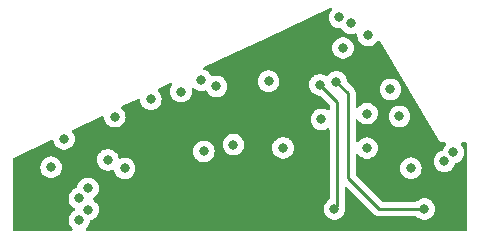
<source format=gbr>
%TF.GenerationSoftware,KiCad,Pcbnew,6.0.11-2627ca5db0~126~ubuntu20.04.1*%
%TF.CreationDate,2023-08-10T10:55:20+02:00*%
%TF.ProjectId,ScartPCB,53636172-7450-4434-922e-6b696361645f,2.0*%
%TF.SameCoordinates,PX76bb820PY7641700*%
%TF.FileFunction,Copper,L2,Inr*%
%TF.FilePolarity,Positive*%
%FSLAX46Y46*%
G04 Gerber Fmt 4.6, Leading zero omitted, Abs format (unit mm)*
G04 Created by KiCad (PCBNEW 6.0.11-2627ca5db0~126~ubuntu20.04.1) date 2023-08-10 10:55:20*
%MOMM*%
%LPD*%
G01*
G04 APERTURE LIST*
%TA.AperFunction,ViaPad*%
%ADD10C,0.800000*%
%TD*%
%TA.AperFunction,Conductor*%
%ADD11C,0.250000*%
%TD*%
G04 APERTURE END LIST*
D10*
%TO.N,GND*%
X9129400Y10182600D03*
X30490800Y10436600D03*
X6868800Y2308600D03*
X32472000Y12494000D03*
X14742800Y12290800D03*
X30592400Y17066000D03*
X4841014Y8298785D03*
X28154000Y18590000D03*
X16673200Y7240500D03*
X30490800Y7515600D03*
X17740000Y12748000D03*
X6868800Y4112000D03*
X9967600Y5788400D03*
X33234000Y10208000D03*
X29170000Y18082000D03*
X22148398Y13179800D03*
X23378800Y7541000D03*
X16470000Y13256000D03*
X6132200Y1419600D03*
X6132200Y3248400D03*
X26630000Y9954000D03*
X19179206Y7807194D03*
X37806000Y7160000D03*
X34199200Y5813800D03*
X12177400Y11655800D03*
X28458800Y15999200D03*
X37044000Y6398000D03*
%TO.N,+5V*%
X29957400Y15059400D03*
X11237600Y7998200D03*
X30440000Y14094200D03*
X35520000Y7414000D03*
X31379800Y14551400D03*
X24366073Y11911398D03*
X30973400Y15491200D03*
X10678800Y9928600D03*
X35520000Y8684000D03*
%TO.N,AL*%
X27722200Y2359400D03*
X26503000Y12875000D03*
%TO.N,AR*%
X35342200Y2359400D03*
X27900000Y13129000D03*
%TO.N,Net-(CC1-Pad1)*%
X3740767Y5902100D03*
%TO.N,Net-(CC1-Pad2)*%
X8545200Y6523698D03*
%TD*%
D11*
%TO.N,AL*%
X27950800Y2588000D02*
X27950800Y11427200D01*
X27722200Y2359400D02*
X27950800Y2588000D01*
X27950800Y11427200D02*
X26503000Y12875000D01*
%TO.N,AR*%
X28890600Y5001000D02*
X28890600Y12138400D01*
X35342200Y2359400D02*
X31532200Y2359400D01*
X28890600Y12138400D02*
X27900000Y13129000D01*
X31532200Y2359400D02*
X28890600Y5001000D01*
%TD*%
%TA.AperFunction,Conductor*%
%TO.N,+5V*%
G36*
X27484924Y19399303D02*
G01*
X27524182Y19340148D01*
X27525226Y19269159D01*
X27497459Y19218568D01*
X27414960Y19126944D01*
X27319473Y18961556D01*
X27260458Y18779928D01*
X27259768Y18773367D01*
X27259768Y18773365D01*
X27257938Y18755955D01*
X27240496Y18590000D01*
X27260458Y18400072D01*
X27319473Y18218444D01*
X27414960Y18053056D01*
X27419378Y18048149D01*
X27419379Y18048148D01*
X27436485Y18029150D01*
X27542747Y17911134D01*
X27697248Y17798882D01*
X27703276Y17796198D01*
X27703278Y17796197D01*
X27744736Y17777739D01*
X27871712Y17721206D01*
X27965112Y17701353D01*
X28052056Y17682872D01*
X28052061Y17682872D01*
X28058513Y17681500D01*
X28249487Y17681500D01*
X28255944Y17682872D01*
X28262515Y17683563D01*
X28262780Y17681040D01*
X28322195Y17676512D01*
X28378831Y17633701D01*
X28386728Y17621668D01*
X28430960Y17545056D01*
X28558747Y17403134D01*
X28713248Y17290882D01*
X28719276Y17288198D01*
X28719278Y17288197D01*
X28879552Y17216839D01*
X28887712Y17213206D01*
X28981113Y17193353D01*
X29068056Y17174872D01*
X29068061Y17174872D01*
X29074513Y17173500D01*
X29265487Y17173500D01*
X29271939Y17174872D01*
X29271944Y17174872D01*
X29358887Y17193353D01*
X29452288Y17213206D01*
X29458315Y17215889D01*
X29458323Y17215892D01*
X29506882Y17237512D01*
X29577249Y17246946D01*
X29641546Y17216839D01*
X29679359Y17156750D01*
X29683440Y17109235D01*
X29678896Y17066000D01*
X29698858Y16876072D01*
X29757873Y16694444D01*
X29853360Y16529056D01*
X29981147Y16387134D01*
X30135648Y16274882D01*
X30141676Y16272198D01*
X30141678Y16272197D01*
X30304081Y16199891D01*
X30310112Y16197206D01*
X30403513Y16177353D01*
X30490456Y16158872D01*
X30490461Y16158872D01*
X30496913Y16157500D01*
X30687887Y16157500D01*
X30694339Y16158872D01*
X30694344Y16158872D01*
X30781287Y16177353D01*
X30874688Y16197206D01*
X30880719Y16199891D01*
X31043122Y16272197D01*
X31043124Y16272198D01*
X31049152Y16274882D01*
X31203653Y16387134D01*
X31331440Y16529056D01*
X31350988Y16562914D01*
X31402370Y16611906D01*
X31472084Y16625341D01*
X31537995Y16598954D01*
X31568150Y16564738D01*
X36527354Y8299397D01*
X36529737Y8294825D01*
X36531051Y8290229D01*
X36535841Y8282637D01*
X36535842Y8282635D01*
X36567079Y8233128D01*
X36568531Y8230769D01*
X36582751Y8207069D01*
X36585471Y8203724D01*
X36588567Y8199072D01*
X36608776Y8167042D01*
X36615500Y8161104D01*
X36615507Y8161095D01*
X36624115Y8153493D01*
X36638462Y8138549D01*
X36651371Y8122673D01*
X36680009Y8102928D01*
X36691885Y8093643D01*
X36717951Y8070622D01*
X36736472Y8061926D01*
X36754442Y8051606D01*
X36771287Y8039992D01*
X36796627Y8031618D01*
X36804313Y8029078D01*
X36818318Y8023500D01*
X36849800Y8008719D01*
X36858668Y8007338D01*
X36858669Y8007338D01*
X36870011Y8005572D01*
X36890159Y8000709D01*
X36901061Y7997107D01*
X36901062Y7997107D01*
X36909589Y7994289D01*
X36931139Y7993542D01*
X36944338Y7993084D01*
X36950705Y7992481D01*
X36950716Y7992625D01*
X36955581Y7992248D01*
X36960386Y7991500D01*
X36987823Y7991500D01*
X36992191Y7991424D01*
X37051689Y7989360D01*
X37119076Y7967009D01*
X37163680Y7911773D01*
X37171342Y7841191D01*
X37140957Y7779126D01*
X37066960Y7696944D01*
X37063659Y7691226D01*
X36976926Y7541000D01*
X36971473Y7531556D01*
X36923413Y7383642D01*
X36917106Y7364232D01*
X36877032Y7305626D01*
X36823471Y7279922D01*
X36761712Y7266794D01*
X36755682Y7264109D01*
X36755681Y7264109D01*
X36593278Y7191803D01*
X36593276Y7191802D01*
X36587248Y7189118D01*
X36581907Y7185238D01*
X36581906Y7185237D01*
X36552292Y7163721D01*
X36432747Y7076866D01*
X36428326Y7071956D01*
X36428325Y7071955D01*
X36330937Y6963794D01*
X36304960Y6934944D01*
X36209473Y6769556D01*
X36150458Y6587928D01*
X36149768Y6581367D01*
X36149768Y6581365D01*
X36138184Y6471149D01*
X36130496Y6398000D01*
X36131186Y6391435D01*
X36141865Y6289834D01*
X36150458Y6208072D01*
X36209473Y6026444D01*
X36212776Y6020722D01*
X36212777Y6020721D01*
X36222588Y6003728D01*
X36304960Y5861056D01*
X36309378Y5856149D01*
X36309379Y5856148D01*
X36370380Y5788400D01*
X36432747Y5719134D01*
X36504996Y5666642D01*
X36573914Y5616570D01*
X36587248Y5606882D01*
X36593276Y5604198D01*
X36593278Y5604197D01*
X36744590Y5536829D01*
X36761712Y5529206D01*
X36855113Y5509353D01*
X36942056Y5490872D01*
X36942061Y5490872D01*
X36948513Y5489500D01*
X37139487Y5489500D01*
X37145939Y5490872D01*
X37145944Y5490872D01*
X37232887Y5509353D01*
X37326288Y5529206D01*
X37343410Y5536829D01*
X37494722Y5604197D01*
X37494724Y5604198D01*
X37500752Y5606882D01*
X37514087Y5616570D01*
X37583004Y5666642D01*
X37655253Y5719134D01*
X37717620Y5788400D01*
X37778621Y5856148D01*
X37778622Y5856149D01*
X37783040Y5861056D01*
X37865412Y6003728D01*
X37875223Y6020721D01*
X37875224Y6020722D01*
X37878527Y6026444D01*
X37932895Y6193769D01*
X37972968Y6252374D01*
X38026529Y6278078D01*
X38088288Y6291206D01*
X38164964Y6325344D01*
X38256722Y6366197D01*
X38256724Y6366198D01*
X38262752Y6368882D01*
X38270335Y6374391D01*
X38359321Y6439044D01*
X38417253Y6481134D01*
X38423215Y6487755D01*
X38540621Y6618148D01*
X38540622Y6618149D01*
X38545040Y6623056D01*
X38629622Y6769556D01*
X38637223Y6782721D01*
X38637224Y6782722D01*
X38640527Y6788444D01*
X38699542Y6970072D01*
X38711175Y7080749D01*
X38718814Y7153435D01*
X38719504Y7160000D01*
X38708280Y7266794D01*
X38700232Y7343365D01*
X38700232Y7343367D01*
X38699542Y7349928D01*
X38640527Y7531556D01*
X38635075Y7541000D01*
X38548341Y7691226D01*
X38545040Y7696944D01*
X38469185Y7781190D01*
X38438467Y7845197D01*
X38447232Y7915651D01*
X38492695Y7970182D01*
X38562821Y7991500D01*
X38865500Y7991500D01*
X38933621Y7971498D01*
X38980114Y7917842D01*
X38991500Y7865500D01*
X38991500Y634500D01*
X38971498Y566379D01*
X38917842Y519886D01*
X38865500Y508500D01*
X6811598Y508500D01*
X6743477Y528502D01*
X6696984Y582158D01*
X6686880Y652432D01*
X6716374Y717012D01*
X6737540Y736438D01*
X6738109Y736851D01*
X6738111Y736853D01*
X6743453Y740734D01*
X6871240Y882656D01*
X6966727Y1048044D01*
X7025742Y1229672D01*
X7035899Y1326312D01*
X7062912Y1391969D01*
X7121133Y1432599D01*
X7135013Y1436389D01*
X7144630Y1438433D01*
X7144633Y1438434D01*
X7151088Y1439806D01*
X7176006Y1450900D01*
X7319522Y1514797D01*
X7319524Y1514798D01*
X7325552Y1517482D01*
X7480053Y1629734D01*
X7522301Y1676655D01*
X7603421Y1766748D01*
X7603422Y1766749D01*
X7607840Y1771656D01*
X7703327Y1937044D01*
X7762342Y2118672D01*
X7767022Y2163194D01*
X7781614Y2302035D01*
X7782304Y2308600D01*
X7772369Y2403126D01*
X7763032Y2491965D01*
X7763032Y2491967D01*
X7762342Y2498528D01*
X7703327Y2680156D01*
X7607840Y2845544D01*
X7584811Y2871121D01*
X7484475Y2982555D01*
X7484474Y2982556D01*
X7480053Y2987466D01*
X7373289Y3065035D01*
X7330897Y3095835D01*
X7330894Y3095836D01*
X7325552Y3099718D01*
X7321173Y3101668D01*
X7272644Y3152564D01*
X7259209Y3222278D01*
X7285596Y3288189D01*
X7320972Y3318843D01*
X7325552Y3320882D01*
X7330894Y3324764D01*
X7330897Y3324765D01*
X7402802Y3377008D01*
X7480053Y3433134D01*
X7484730Y3438328D01*
X7603421Y3570148D01*
X7603422Y3570149D01*
X7607840Y3575056D01*
X7703327Y3740444D01*
X7762342Y3922072D01*
X7782304Y4112000D01*
X7770762Y4221820D01*
X7763032Y4295365D01*
X7763032Y4295367D01*
X7762342Y4301928D01*
X7703327Y4483556D01*
X7607840Y4648944D01*
X7480053Y4790866D01*
X7325552Y4903118D01*
X7319524Y4905802D01*
X7319522Y4905803D01*
X7157119Y4978109D01*
X7157118Y4978109D01*
X7151088Y4980794D01*
X7055260Y5001163D01*
X6970744Y5019128D01*
X6970739Y5019128D01*
X6964287Y5020500D01*
X6773313Y5020500D01*
X6766861Y5019128D01*
X6766856Y5019128D01*
X6682340Y5001163D01*
X6586512Y4980794D01*
X6580482Y4978109D01*
X6580481Y4978109D01*
X6418078Y4905803D01*
X6418076Y4905802D01*
X6412048Y4903118D01*
X6257547Y4790866D01*
X6129760Y4648944D01*
X6034273Y4483556D01*
X5975258Y4301928D01*
X5974568Y4295367D01*
X5974568Y4295365D01*
X5967832Y4231269D01*
X5940819Y4165612D01*
X5882598Y4124982D01*
X5868722Y4121193D01*
X5856373Y4118568D01*
X5856367Y4118566D01*
X5849912Y4117194D01*
X5843882Y4114509D01*
X5843881Y4114509D01*
X5681478Y4042203D01*
X5681476Y4042202D01*
X5675448Y4039518D01*
X5520947Y3927266D01*
X5516526Y3922356D01*
X5516525Y3922355D01*
X5510618Y3915794D01*
X5393160Y3785344D01*
X5297673Y3619956D01*
X5238658Y3438328D01*
X5237968Y3431767D01*
X5237968Y3431765D01*
X5220601Y3266528D01*
X5218696Y3248400D01*
X5219386Y3241835D01*
X5229392Y3146637D01*
X5238658Y3058472D01*
X5297673Y2876844D01*
X5393160Y2711456D01*
X5397578Y2706549D01*
X5397579Y2706548D01*
X5434042Y2666052D01*
X5520947Y2569534D01*
X5675448Y2457282D01*
X5681483Y2454595D01*
X5693810Y2449106D01*
X5747905Y2403126D01*
X5768554Y2335199D01*
X5749201Y2266891D01*
X5693810Y2218894D01*
X5681483Y2213405D01*
X5675448Y2210718D01*
X5520947Y2098466D01*
X5516526Y2093556D01*
X5516525Y2093555D01*
X5416190Y1982121D01*
X5393160Y1956544D01*
X5297673Y1791156D01*
X5238658Y1609528D01*
X5237968Y1602967D01*
X5237968Y1602965D01*
X5228984Y1517482D01*
X5218696Y1419600D01*
X5238658Y1229672D01*
X5297673Y1048044D01*
X5393160Y882656D01*
X5520947Y740734D01*
X5526289Y736853D01*
X5526291Y736851D01*
X5526860Y736438D01*
X5527110Y736114D01*
X5531198Y732433D01*
X5530525Y731686D01*
X5570216Y680217D01*
X5576293Y609481D01*
X5543163Y546688D01*
X5481344Y511775D01*
X5452802Y508500D01*
X634500Y508500D01*
X566379Y528502D01*
X519886Y582158D01*
X508500Y634500D01*
X508500Y5902100D01*
X2827263Y5902100D01*
X2827953Y5895535D01*
X2840965Y5771737D01*
X2847225Y5712172D01*
X2906240Y5530544D01*
X3001727Y5365156D01*
X3006145Y5360249D01*
X3006146Y5360248D01*
X3085652Y5271948D01*
X3129514Y5223234D01*
X3228610Y5151236D01*
X3256393Y5131051D01*
X3284015Y5110982D01*
X3290043Y5108298D01*
X3290045Y5108297D01*
X3452448Y5035991D01*
X3458479Y5033306D01*
X3551879Y5013453D01*
X3638823Y4994972D01*
X3638828Y4994972D01*
X3645280Y4993600D01*
X3836254Y4993600D01*
X3842706Y4994972D01*
X3842711Y4994972D01*
X3929655Y5013453D01*
X4023055Y5033306D01*
X4029086Y5035991D01*
X4191489Y5108297D01*
X4191491Y5108298D01*
X4197519Y5110982D01*
X4225142Y5131051D01*
X4252924Y5151236D01*
X4352020Y5223234D01*
X4395882Y5271948D01*
X4475388Y5360248D01*
X4475389Y5360249D01*
X4479807Y5365156D01*
X4575294Y5530544D01*
X4634309Y5712172D01*
X4640570Y5771737D01*
X4653581Y5895535D01*
X4654271Y5902100D01*
X4646259Y5978328D01*
X4634999Y6085465D01*
X4634999Y6085467D01*
X4634309Y6092028D01*
X4575294Y6273656D01*
X4565162Y6291206D01*
X4518074Y6372763D01*
X4479807Y6439044D01*
X4435948Y6487755D01*
X4403585Y6523698D01*
X7631696Y6523698D01*
X7632386Y6517133D01*
X7647968Y6368882D01*
X7651658Y6333770D01*
X7710673Y6152142D01*
X7806160Y5986754D01*
X7810578Y5981847D01*
X7810579Y5981846D01*
X7882383Y5902100D01*
X7933947Y5844832D01*
X8088448Y5732580D01*
X8094476Y5729896D01*
X8094478Y5729895D01*
X8256881Y5657589D01*
X8262912Y5654904D01*
X8356313Y5635051D01*
X8443256Y5616570D01*
X8443261Y5616570D01*
X8449713Y5615198D01*
X8640687Y5615198D01*
X8647139Y5616570D01*
X8647144Y5616570D01*
X8734087Y5635051D01*
X8827488Y5654904D01*
X8900283Y5687314D01*
X8970649Y5696748D01*
X9034946Y5666642D01*
X9072760Y5606553D01*
X9073540Y5603404D01*
X9074058Y5598472D01*
X9133073Y5416844D01*
X9228560Y5251456D01*
X9356347Y5109534D01*
X9455443Y5037536D01*
X9479584Y5019997D01*
X9510848Y4997282D01*
X9516876Y4994598D01*
X9516878Y4994597D01*
X9628262Y4945006D01*
X9685312Y4919606D01*
X9762882Y4903118D01*
X9865656Y4881272D01*
X9865661Y4881272D01*
X9872113Y4879900D01*
X10063087Y4879900D01*
X10069539Y4881272D01*
X10069544Y4881272D01*
X10172318Y4903118D01*
X10249888Y4919606D01*
X10306938Y4945006D01*
X10418322Y4994597D01*
X10418324Y4994598D01*
X10424352Y4997282D01*
X10455617Y5019997D01*
X10479757Y5037536D01*
X10578853Y5109534D01*
X10706640Y5251456D01*
X10802127Y5416844D01*
X10861142Y5598472D01*
X10861992Y5606553D01*
X10880414Y5781835D01*
X10881104Y5788400D01*
X10874657Y5849743D01*
X10861832Y5971765D01*
X10861832Y5971767D01*
X10861142Y5978328D01*
X10802127Y6159956D01*
X10706640Y6325344D01*
X10647132Y6391435D01*
X10583275Y6462355D01*
X10583274Y6462356D01*
X10578853Y6467266D01*
X10424352Y6579518D01*
X10418324Y6582202D01*
X10418322Y6582203D01*
X10255919Y6654509D01*
X10255918Y6654509D01*
X10249888Y6657194D01*
X10156487Y6677047D01*
X10069544Y6695528D01*
X10069539Y6695528D01*
X10063087Y6696900D01*
X9872113Y6696900D01*
X9865661Y6695528D01*
X9865656Y6695528D01*
X9778713Y6677047D01*
X9685312Y6657194D01*
X9679282Y6654509D01*
X9679281Y6654509D01*
X9661980Y6646806D01*
X9621480Y6628774D01*
X9612518Y6624784D01*
X9542151Y6615350D01*
X9477854Y6645456D01*
X9440040Y6705545D01*
X9439260Y6708694D01*
X9438742Y6713626D01*
X9436370Y6720928D01*
X9388276Y6868944D01*
X9379727Y6895254D01*
X9284240Y7060642D01*
X9218874Y7133239D01*
X9160875Y7197653D01*
X9160874Y7197654D01*
X9156453Y7202564D01*
X9104239Y7240500D01*
X15759696Y7240500D01*
X15760386Y7233935D01*
X15778600Y7060642D01*
X15779658Y7050572D01*
X15838673Y6868944D01*
X15841976Y6863222D01*
X15841977Y6863221D01*
X15854434Y6841645D01*
X15934160Y6703556D01*
X15938578Y6698649D01*
X15938579Y6698648D01*
X16044181Y6581365D01*
X16061947Y6561634D01*
X16216448Y6449382D01*
X16222476Y6446698D01*
X16222478Y6446697D01*
X16384881Y6374391D01*
X16390912Y6371706D01*
X16466440Y6355652D01*
X16571256Y6333372D01*
X16571261Y6333372D01*
X16577713Y6332000D01*
X16768687Y6332000D01*
X16775139Y6333372D01*
X16775144Y6333372D01*
X16879960Y6355652D01*
X16955488Y6371706D01*
X16961519Y6374391D01*
X17123922Y6446697D01*
X17123924Y6446698D01*
X17129952Y6449382D01*
X17284453Y6561634D01*
X17302219Y6581365D01*
X17407821Y6698648D01*
X17407822Y6698649D01*
X17412240Y6703556D01*
X17491966Y6841645D01*
X17504423Y6863221D01*
X17504424Y6863222D01*
X17507727Y6868944D01*
X17566742Y7050572D01*
X17567801Y7060642D01*
X17586014Y7233935D01*
X17586704Y7240500D01*
X17575893Y7343365D01*
X17567432Y7423865D01*
X17567432Y7423867D01*
X17566742Y7430428D01*
X17507727Y7612056D01*
X17412240Y7777444D01*
X17385453Y7807194D01*
X18265702Y7807194D01*
X18266392Y7800629D01*
X18277891Y7691226D01*
X18285664Y7617266D01*
X18344679Y7435638D01*
X18440166Y7270250D01*
X18444584Y7265343D01*
X18444585Y7265342D01*
X18548143Y7150329D01*
X18567953Y7128328D01*
X18654359Y7065550D01*
X18717048Y7020004D01*
X18722454Y7016076D01*
X18728482Y7013392D01*
X18728484Y7013391D01*
X18890887Y6941085D01*
X18896918Y6938400D01*
X18990318Y6918547D01*
X19077262Y6900066D01*
X19077267Y6900066D01*
X19083719Y6898694D01*
X19274693Y6898694D01*
X19281145Y6900066D01*
X19281150Y6900066D01*
X19368094Y6918547D01*
X19461494Y6938400D01*
X19467525Y6941085D01*
X19629928Y7013391D01*
X19629930Y7013392D01*
X19635958Y7016076D01*
X19641365Y7020004D01*
X19704053Y7065550D01*
X19790459Y7128328D01*
X19810269Y7150329D01*
X19913827Y7265342D01*
X19913828Y7265343D01*
X19918246Y7270250D01*
X20013733Y7435638D01*
X20047967Y7541000D01*
X22465296Y7541000D01*
X22465986Y7534435D01*
X22481137Y7390285D01*
X22485258Y7351072D01*
X22544273Y7169444D01*
X22547576Y7163722D01*
X22547577Y7163721D01*
X22562242Y7138321D01*
X22639760Y7004056D01*
X22767547Y6862134D01*
X22838477Y6810600D01*
X22903620Y6763271D01*
X22922048Y6749882D01*
X22928076Y6747198D01*
X22928078Y6747197D01*
X23082454Y6678465D01*
X23096512Y6672206D01*
X23189913Y6652353D01*
X23276856Y6633872D01*
X23276861Y6633872D01*
X23283313Y6632500D01*
X23474287Y6632500D01*
X23480739Y6633872D01*
X23480744Y6633872D01*
X23567687Y6652353D01*
X23661088Y6672206D01*
X23675146Y6678465D01*
X23829522Y6747197D01*
X23829524Y6747198D01*
X23835552Y6749882D01*
X23853981Y6763271D01*
X23919123Y6810600D01*
X23990053Y6862134D01*
X24117840Y7004056D01*
X24195358Y7138321D01*
X24210023Y7163721D01*
X24210024Y7163722D01*
X24213327Y7169444D01*
X24272342Y7351072D01*
X24276464Y7390285D01*
X24291614Y7534435D01*
X24292304Y7541000D01*
X24284836Y7612056D01*
X24273032Y7724365D01*
X24273032Y7724367D01*
X24272342Y7730928D01*
X24213327Y7912556D01*
X24207154Y7923249D01*
X24155605Y8012533D01*
X24117840Y8077944D01*
X24099204Y8098642D01*
X23994475Y8214955D01*
X23994474Y8214956D01*
X23990053Y8219866D01*
X23870512Y8306718D01*
X23840894Y8328237D01*
X23840893Y8328238D01*
X23835552Y8332118D01*
X23829524Y8334802D01*
X23829522Y8334803D01*
X23667119Y8407109D01*
X23667118Y8407109D01*
X23661088Y8409794D01*
X23567688Y8429647D01*
X23480744Y8448128D01*
X23480739Y8448128D01*
X23474287Y8449500D01*
X23283313Y8449500D01*
X23276861Y8448128D01*
X23276856Y8448128D01*
X23189912Y8429647D01*
X23096512Y8409794D01*
X23090482Y8407109D01*
X23090481Y8407109D01*
X22928078Y8334803D01*
X22928076Y8334802D01*
X22922048Y8332118D01*
X22916707Y8328238D01*
X22916706Y8328237D01*
X22887088Y8306718D01*
X22767547Y8219866D01*
X22763126Y8214956D01*
X22763125Y8214955D01*
X22658397Y8098642D01*
X22639760Y8077944D01*
X22601995Y8012533D01*
X22550447Y7923249D01*
X22544273Y7912556D01*
X22485258Y7730928D01*
X22484568Y7724367D01*
X22484568Y7724365D01*
X22472764Y7612056D01*
X22465296Y7541000D01*
X20047967Y7541000D01*
X20072748Y7617266D01*
X20080522Y7691226D01*
X20092020Y7800629D01*
X20092710Y7807194D01*
X20082297Y7906271D01*
X20073438Y7990559D01*
X20073438Y7990561D01*
X20072748Y7997122D01*
X20013733Y8178750D01*
X20002418Y8198349D01*
X19946055Y8295971D01*
X19918246Y8344138D01*
X19882000Y8384394D01*
X19794881Y8481149D01*
X19794880Y8481150D01*
X19790459Y8486060D01*
X19635958Y8598312D01*
X19629930Y8600996D01*
X19629928Y8600997D01*
X19467525Y8673303D01*
X19467524Y8673303D01*
X19461494Y8675988D01*
X19368093Y8695841D01*
X19281150Y8714322D01*
X19281145Y8714322D01*
X19274693Y8715694D01*
X19083719Y8715694D01*
X19077267Y8714322D01*
X19077262Y8714322D01*
X18990319Y8695841D01*
X18896918Y8675988D01*
X18890888Y8673303D01*
X18890887Y8673303D01*
X18728484Y8600997D01*
X18728482Y8600996D01*
X18722454Y8598312D01*
X18567953Y8486060D01*
X18563532Y8481150D01*
X18563531Y8481149D01*
X18476413Y8384394D01*
X18440166Y8344138D01*
X18412357Y8295971D01*
X18355995Y8198349D01*
X18344679Y8178750D01*
X18285664Y7997122D01*
X18284974Y7990561D01*
X18284974Y7990559D01*
X18276115Y7906271D01*
X18265702Y7807194D01*
X17385453Y7807194D01*
X17356936Y7838866D01*
X17288875Y7914455D01*
X17288874Y7914456D01*
X17284453Y7919366D01*
X17177452Y7997107D01*
X17135294Y8027737D01*
X17135293Y8027738D01*
X17129952Y8031618D01*
X17123924Y8034302D01*
X17123922Y8034303D01*
X16961519Y8106609D01*
X16961518Y8106609D01*
X16955488Y8109294D01*
X16859773Y8129639D01*
X16775144Y8147628D01*
X16775139Y8147628D01*
X16768687Y8149000D01*
X16577713Y8149000D01*
X16571261Y8147628D01*
X16571256Y8147628D01*
X16486627Y8129639D01*
X16390912Y8109294D01*
X16384882Y8106609D01*
X16384881Y8106609D01*
X16222478Y8034303D01*
X16222476Y8034302D01*
X16216448Y8031618D01*
X16211107Y8027738D01*
X16211106Y8027737D01*
X16168948Y7997107D01*
X16061947Y7919366D01*
X16057526Y7914456D01*
X16057525Y7914455D01*
X15989465Y7838866D01*
X15934160Y7777444D01*
X15838673Y7612056D01*
X15779658Y7430428D01*
X15778968Y7423867D01*
X15778968Y7423865D01*
X15770507Y7343365D01*
X15759696Y7240500D01*
X9104239Y7240500D01*
X9001952Y7314816D01*
X8995924Y7317500D01*
X8995922Y7317501D01*
X8833519Y7389807D01*
X8833518Y7389807D01*
X8827488Y7392492D01*
X8734088Y7412345D01*
X8647144Y7430826D01*
X8647139Y7430826D01*
X8640687Y7432198D01*
X8449713Y7432198D01*
X8443261Y7430826D01*
X8443256Y7430826D01*
X8356312Y7412345D01*
X8262912Y7392492D01*
X8256882Y7389807D01*
X8256881Y7389807D01*
X8094478Y7317501D01*
X8094476Y7317500D01*
X8088448Y7314816D01*
X7933947Y7202564D01*
X7929526Y7197654D01*
X7929525Y7197653D01*
X7871527Y7133239D01*
X7806160Y7060642D01*
X7710673Y6895254D01*
X7651658Y6713626D01*
X7650968Y6707065D01*
X7650968Y6707063D01*
X7639589Y6598792D01*
X7631696Y6523698D01*
X4403585Y6523698D01*
X4356442Y6576055D01*
X4356441Y6576056D01*
X4352020Y6580966D01*
X4228328Y6670834D01*
X4202861Y6689337D01*
X4202860Y6689338D01*
X4197519Y6693218D01*
X4191491Y6695902D01*
X4191489Y6695903D01*
X4029086Y6768209D01*
X4029085Y6768209D01*
X4023055Y6770894D01*
X3910921Y6794729D01*
X3842711Y6809228D01*
X3842706Y6809228D01*
X3836254Y6810600D01*
X3645280Y6810600D01*
X3638828Y6809228D01*
X3638823Y6809228D01*
X3570613Y6794729D01*
X3458479Y6770894D01*
X3452449Y6768209D01*
X3452448Y6768209D01*
X3290045Y6695903D01*
X3290043Y6695902D01*
X3284015Y6693218D01*
X3278674Y6689338D01*
X3278673Y6689337D01*
X3253206Y6670834D01*
X3129514Y6580966D01*
X3125093Y6576056D01*
X3125092Y6576055D01*
X3045587Y6487755D01*
X3001727Y6439044D01*
X2963460Y6372763D01*
X2916373Y6291206D01*
X2906240Y6273656D01*
X2847225Y6092028D01*
X2846535Y6085467D01*
X2846535Y6085465D01*
X2835275Y5978328D01*
X2827263Y5902100D01*
X508500Y5902100D01*
X508500Y6598792D01*
X528502Y6666913D01*
X580478Y6712624D01*
X3766549Y8224658D01*
X3836667Y8235794D01*
X3901674Y8207253D01*
X3940932Y8148098D01*
X3945881Y8123995D01*
X3947472Y8108857D01*
X4006487Y7927229D01*
X4009790Y7921507D01*
X4009791Y7921506D01*
X4018587Y7906271D01*
X4101974Y7761841D01*
X4106392Y7756934D01*
X4106393Y7756933D01*
X4147026Y7711806D01*
X4229761Y7619919D01*
X4384262Y7507667D01*
X4390290Y7504983D01*
X4390292Y7504982D01*
X4552695Y7432676D01*
X4558726Y7429991D01*
X4652126Y7410138D01*
X4739070Y7391657D01*
X4739075Y7391657D01*
X4745527Y7390285D01*
X4936501Y7390285D01*
X4942953Y7391657D01*
X4942958Y7391657D01*
X5029902Y7410138D01*
X5123302Y7429991D01*
X5129333Y7432676D01*
X5291736Y7504982D01*
X5291738Y7504983D01*
X5297766Y7507667D01*
X5452267Y7619919D01*
X5535002Y7711806D01*
X5575635Y7756933D01*
X5575636Y7756934D01*
X5580054Y7761841D01*
X5663441Y7906271D01*
X5672237Y7921506D01*
X5672238Y7921507D01*
X5675541Y7927229D01*
X5734556Y8108857D01*
X5738681Y8148098D01*
X5753828Y8292220D01*
X5754518Y8298785D01*
X5749235Y8349046D01*
X5735246Y8482150D01*
X5735246Y8482152D01*
X5734556Y8488713D01*
X5675541Y8670341D01*
X5580054Y8835729D01*
X5535748Y8884936D01*
X5505030Y8948943D01*
X5513795Y9019397D01*
X5559258Y9073928D01*
X5575356Y9083074D01*
X8039785Y10252633D01*
X8109901Y10263769D01*
X8174908Y10235228D01*
X8214166Y10176073D01*
X8219115Y10151972D01*
X8232499Y10024635D01*
X8235858Y9992672D01*
X8294873Y9811044D01*
X8390360Y9645656D01*
X8518147Y9503734D01*
X8617243Y9431736D01*
X8641384Y9414197D01*
X8672648Y9391482D01*
X8678676Y9388798D01*
X8678678Y9388797D01*
X8790062Y9339206D01*
X8847112Y9313806D01*
X8940512Y9293953D01*
X9027456Y9275472D01*
X9027461Y9275472D01*
X9033913Y9274100D01*
X9224887Y9274100D01*
X9231339Y9275472D01*
X9231344Y9275472D01*
X9318288Y9293953D01*
X9411688Y9313806D01*
X9468738Y9339206D01*
X9580122Y9388797D01*
X9580124Y9388798D01*
X9586152Y9391482D01*
X9617417Y9414197D01*
X9641557Y9431736D01*
X9740653Y9503734D01*
X9868440Y9645656D01*
X9963927Y9811044D01*
X10022942Y9992672D01*
X10026302Y10024635D01*
X10042214Y10176035D01*
X10042904Y10182600D01*
X10034373Y10263769D01*
X10023632Y10365965D01*
X10023632Y10365967D01*
X10022942Y10372528D01*
X9963927Y10554156D01*
X9868440Y10719544D01*
X9843449Y10747300D01*
X9745075Y10856555D01*
X9745074Y10856556D01*
X9740653Y10861466D01*
X9735984Y10864858D01*
X9698907Y10925042D01*
X9700260Y10996026D01*
X9739775Y11055010D01*
X9766436Y11072062D01*
X11090455Y11700410D01*
X11160573Y11711546D01*
X11225580Y11683005D01*
X11264838Y11623850D01*
X11269787Y11599749D01*
X11280587Y11496997D01*
X11283858Y11465872D01*
X11342873Y11284244D01*
X11438360Y11118856D01*
X11442778Y11113949D01*
X11442779Y11113948D01*
X11549667Y10995237D01*
X11566147Y10976934D01*
X11720648Y10864682D01*
X11726676Y10861998D01*
X11726678Y10861997D01*
X11889081Y10789691D01*
X11895112Y10787006D01*
X11988512Y10767153D01*
X12075456Y10748672D01*
X12075461Y10748672D01*
X12081913Y10747300D01*
X12272887Y10747300D01*
X12279339Y10748672D01*
X12279344Y10748672D01*
X12366288Y10767153D01*
X12459688Y10787006D01*
X12465719Y10789691D01*
X12628122Y10861997D01*
X12628124Y10861998D01*
X12634152Y10864682D01*
X12788653Y10976934D01*
X12805133Y10995237D01*
X12912021Y11113948D01*
X12912022Y11113949D01*
X12916440Y11118856D01*
X13011927Y11284244D01*
X13070942Y11465872D01*
X13074214Y11496997D01*
X13090214Y11649235D01*
X13090904Y11655800D01*
X13074158Y11815134D01*
X13071632Y11839165D01*
X13071632Y11839167D01*
X13070942Y11845728D01*
X13011927Y12027356D01*
X12986445Y12071493D01*
X12927094Y12174290D01*
X12916440Y12192744D01*
X12793492Y12329291D01*
X12762777Y12393296D01*
X12771541Y12463750D01*
X12817003Y12518281D01*
X12833108Y12527431D01*
X13467311Y12828409D01*
X13841724Y13006096D01*
X13911841Y13017232D01*
X13976848Y12988691D01*
X14016106Y12929536D01*
X14017150Y12858547D01*
X14002609Y12828409D01*
X14003760Y12827744D01*
X13917764Y12678794D01*
X13908273Y12662356D01*
X13849258Y12480728D01*
X13848568Y12474167D01*
X13848568Y12474165D01*
X13830743Y12304569D01*
X13829296Y12290800D01*
X13829986Y12284235D01*
X13844266Y12148372D01*
X13849258Y12100872D01*
X13908273Y11919244D01*
X14003760Y11753856D01*
X14131547Y11611934D01*
X14286048Y11499682D01*
X14292076Y11496998D01*
X14292078Y11496997D01*
X14454481Y11424691D01*
X14460512Y11422006D01*
X14553912Y11402153D01*
X14640856Y11383672D01*
X14640861Y11383672D01*
X14647313Y11382300D01*
X14838287Y11382300D01*
X14844739Y11383672D01*
X14844744Y11383672D01*
X14931688Y11402153D01*
X15025088Y11422006D01*
X15031119Y11424691D01*
X15193522Y11496997D01*
X15193524Y11496998D01*
X15199552Y11499682D01*
X15354053Y11611934D01*
X15481840Y11753856D01*
X15577327Y11919244D01*
X15636342Y12100872D01*
X15641335Y12148372D01*
X15655614Y12284235D01*
X15656304Y12290800D01*
X15636342Y12480728D01*
X15638369Y12480941D01*
X15643038Y12542118D01*
X15685856Y12598749D01*
X15752495Y12623242D01*
X15821796Y12607818D01*
X15849117Y12586120D01*
X15849423Y12586459D01*
X15854325Y12582046D01*
X15858747Y12577134D01*
X15957843Y12505136D01*
X15982207Y12487435D01*
X16013248Y12464882D01*
X16019276Y12462198D01*
X16019278Y12462197D01*
X16175680Y12392563D01*
X16187712Y12387206D01*
X16281113Y12367353D01*
X16368056Y12348872D01*
X16368061Y12348872D01*
X16374513Y12347500D01*
X16565487Y12347500D01*
X16571939Y12348872D01*
X16571944Y12348872D01*
X16738983Y12384378D01*
X16752288Y12387206D01*
X16758321Y12389892D01*
X16758324Y12389893D01*
X16765562Y12393116D01*
X16835929Y12402551D01*
X16900226Y12372445D01*
X16925931Y12341011D01*
X17000960Y12211056D01*
X17005378Y12206149D01*
X17005379Y12206148D01*
X17094261Y12107435D01*
X17128747Y12069134D01*
X17186249Y12027356D01*
X17268122Y11967872D01*
X17283248Y11956882D01*
X17289276Y11954198D01*
X17289278Y11954197D01*
X17451681Y11881891D01*
X17457712Y11879206D01*
X17551113Y11859353D01*
X17638056Y11840872D01*
X17638061Y11840872D01*
X17644513Y11839500D01*
X17835487Y11839500D01*
X17841939Y11840872D01*
X17841944Y11840872D01*
X17928887Y11859353D01*
X18022288Y11879206D01*
X18028319Y11881891D01*
X18190722Y11954197D01*
X18190724Y11954198D01*
X18196752Y11956882D01*
X18211879Y11967872D01*
X18293751Y12027356D01*
X18351253Y12069134D01*
X18385739Y12107435D01*
X18474621Y12206148D01*
X18474622Y12206149D01*
X18479040Y12211056D01*
X18574527Y12376444D01*
X18633542Y12558072D01*
X18634701Y12569094D01*
X18652814Y12741435D01*
X18653504Y12748000D01*
X18639163Y12884444D01*
X18634232Y12931365D01*
X18634232Y12931367D01*
X18633542Y12937928D01*
X18574527Y13119556D01*
X18569075Y13129000D01*
X18539745Y13179800D01*
X21234894Y13179800D01*
X21235584Y13173235D01*
X21246870Y13065859D01*
X21254856Y12989872D01*
X21313871Y12808244D01*
X21409358Y12642856D01*
X21413776Y12637949D01*
X21413777Y12637948D01*
X21500063Y12542118D01*
X21537145Y12500934D01*
X21613542Y12445428D01*
X21677694Y12398819D01*
X21691646Y12388682D01*
X21697674Y12385998D01*
X21697676Y12385997D01*
X21860079Y12313691D01*
X21866110Y12311006D01*
X21959510Y12291153D01*
X22046454Y12272672D01*
X22046459Y12272672D01*
X22052911Y12271300D01*
X22243885Y12271300D01*
X22250337Y12272672D01*
X22250342Y12272672D01*
X22337285Y12291153D01*
X22430686Y12311006D01*
X22436717Y12313691D01*
X22599120Y12385997D01*
X22599122Y12385998D01*
X22605150Y12388682D01*
X22619103Y12398819D01*
X22683254Y12445428D01*
X22759651Y12500934D01*
X22796733Y12542118D01*
X22883019Y12637948D01*
X22883020Y12637949D01*
X22887438Y12642856D01*
X22982925Y12808244D01*
X23004616Y12875000D01*
X25589496Y12875000D01*
X25609458Y12685072D01*
X25668473Y12503444D01*
X25671776Y12497722D01*
X25671777Y12497721D01*
X25680977Y12481787D01*
X25763960Y12338056D01*
X25768378Y12333149D01*
X25768379Y12333148D01*
X25860926Y12230364D01*
X25891747Y12196134D01*
X26046248Y12083882D01*
X26052276Y12081198D01*
X26052278Y12081197D01*
X26214681Y12008891D01*
X26220712Y12006206D01*
X26314112Y11986353D01*
X26401056Y11967872D01*
X26401061Y11967872D01*
X26407513Y11966500D01*
X26463406Y11966500D01*
X26531527Y11946498D01*
X26552501Y11929595D01*
X27280395Y11201701D01*
X27314421Y11139389D01*
X27317300Y11112606D01*
X27317300Y10824904D01*
X27297298Y10756783D01*
X27243642Y10710290D01*
X27173368Y10700186D01*
X27117239Y10722968D01*
X27092094Y10741237D01*
X27092093Y10741238D01*
X27086752Y10745118D01*
X27080724Y10747802D01*
X27080722Y10747803D01*
X26918319Y10820109D01*
X26918318Y10820109D01*
X26912288Y10822794D01*
X26818888Y10842647D01*
X26731944Y10861128D01*
X26731939Y10861128D01*
X26725487Y10862500D01*
X26534513Y10862500D01*
X26528061Y10861128D01*
X26528056Y10861128D01*
X26441112Y10842647D01*
X26347712Y10822794D01*
X26341682Y10820109D01*
X26341681Y10820109D01*
X26179278Y10747803D01*
X26179276Y10747802D01*
X26173248Y10745118D01*
X26167907Y10741238D01*
X26167906Y10741237D01*
X26130178Y10713826D01*
X26018747Y10632866D01*
X26014326Y10627956D01*
X26014325Y10627955D01*
X25970747Y10579556D01*
X25890960Y10490944D01*
X25795473Y10325556D01*
X25736458Y10143928D01*
X25735768Y10137367D01*
X25735768Y10137365D01*
X25723920Y10024635D01*
X25716496Y9954000D01*
X25717186Y9947435D01*
X25732123Y9805321D01*
X25736458Y9764072D01*
X25795473Y9582444D01*
X25890960Y9417056D01*
X25895378Y9412149D01*
X25895379Y9412148D01*
X25985162Y9312434D01*
X26018747Y9275134D01*
X26173248Y9162882D01*
X26179276Y9160198D01*
X26179278Y9160197D01*
X26341681Y9087891D01*
X26347712Y9085206D01*
X26441112Y9065353D01*
X26528056Y9046872D01*
X26528061Y9046872D01*
X26534513Y9045500D01*
X26725487Y9045500D01*
X26731939Y9046872D01*
X26731944Y9046872D01*
X26818888Y9065353D01*
X26912288Y9085206D01*
X26918319Y9087891D01*
X27080722Y9160197D01*
X27080724Y9160198D01*
X27086752Y9162882D01*
X27117238Y9185032D01*
X27184107Y9208891D01*
X27253259Y9192810D01*
X27302739Y9141896D01*
X27317300Y9083096D01*
X27317300Y3252391D01*
X27297298Y3184270D01*
X27265361Y3150455D01*
X27110947Y3038266D01*
X27106526Y3033356D01*
X27106525Y3033355D01*
X27065207Y2987466D01*
X26983160Y2896344D01*
X26887673Y2730956D01*
X26828658Y2549328D01*
X26827968Y2542767D01*
X26827968Y2542765D01*
X26818984Y2457282D01*
X26808696Y2359400D01*
X26809386Y2352835D01*
X26824041Y2213405D01*
X26828658Y2169472D01*
X26887673Y1987844D01*
X26890976Y1982122D01*
X26890977Y1982121D01*
X26905744Y1956544D01*
X26983160Y1822456D01*
X26987578Y1817549D01*
X26987579Y1817548D01*
X27074349Y1721180D01*
X27110947Y1680534D01*
X27265448Y1568282D01*
X27271476Y1565598D01*
X27271478Y1565597D01*
X27433881Y1493291D01*
X27439912Y1490606D01*
X27533313Y1470753D01*
X27620256Y1452272D01*
X27620261Y1452272D01*
X27626713Y1450900D01*
X27817687Y1450900D01*
X27824139Y1452272D01*
X27824144Y1452272D01*
X27911087Y1470753D01*
X28004488Y1490606D01*
X28010519Y1493291D01*
X28172922Y1565597D01*
X28172924Y1565598D01*
X28178952Y1568282D01*
X28333453Y1680534D01*
X28370051Y1721180D01*
X28456821Y1817548D01*
X28456822Y1817549D01*
X28461240Y1822456D01*
X28538656Y1956544D01*
X28553423Y1982121D01*
X28553424Y1982122D01*
X28556727Y1987844D01*
X28615742Y2169472D01*
X28620360Y2213405D01*
X28635014Y2352835D01*
X28635704Y2359400D01*
X28625416Y2457282D01*
X28616432Y2542765D01*
X28616432Y2542767D01*
X28615742Y2549328D01*
X28590467Y2627116D01*
X28584300Y2666052D01*
X28584300Y4107206D01*
X28604302Y4175327D01*
X28657958Y4221820D01*
X28728232Y4231924D01*
X28792812Y4202430D01*
X28799395Y4196301D01*
X31028543Y1967153D01*
X31036087Y1958863D01*
X31040200Y1952382D01*
X31045977Y1946957D01*
X31089867Y1905742D01*
X31092709Y1902987D01*
X31112431Y1883265D01*
X31115555Y1880842D01*
X31115559Y1880838D01*
X31115624Y1880788D01*
X31124645Y1873083D01*
X31156879Y1842814D01*
X31163827Y1838995D01*
X31163829Y1838993D01*
X31174632Y1833054D01*
X31191159Y1822198D01*
X31200898Y1814643D01*
X31200900Y1814642D01*
X31207160Y1809786D01*
X31247740Y1792226D01*
X31258388Y1787009D01*
X31297140Y1765705D01*
X31304816Y1763734D01*
X31304819Y1763733D01*
X31316762Y1760667D01*
X31335467Y1754263D01*
X31354055Y1746219D01*
X31361878Y1744980D01*
X31361888Y1744977D01*
X31397724Y1739301D01*
X31409344Y1736895D01*
X31444489Y1727872D01*
X31452170Y1725900D01*
X31472424Y1725900D01*
X31492134Y1724349D01*
X31512143Y1721180D01*
X31520035Y1721926D01*
X31556161Y1725341D01*
X31568019Y1725900D01*
X34634000Y1725900D01*
X34702121Y1705898D01*
X34721347Y1689557D01*
X34721620Y1689860D01*
X34726532Y1685437D01*
X34730947Y1680534D01*
X34752529Y1664854D01*
X34794108Y1634645D01*
X34885448Y1568282D01*
X34891476Y1565598D01*
X34891478Y1565597D01*
X35053881Y1493291D01*
X35059912Y1490606D01*
X35153313Y1470753D01*
X35240256Y1452272D01*
X35240261Y1452272D01*
X35246713Y1450900D01*
X35437687Y1450900D01*
X35444139Y1452272D01*
X35444144Y1452272D01*
X35531087Y1470753D01*
X35624488Y1490606D01*
X35630519Y1493291D01*
X35792922Y1565597D01*
X35792924Y1565598D01*
X35798952Y1568282D01*
X35953453Y1680534D01*
X35990051Y1721180D01*
X36076821Y1817548D01*
X36076822Y1817549D01*
X36081240Y1822456D01*
X36158656Y1956544D01*
X36173423Y1982121D01*
X36173424Y1982122D01*
X36176727Y1987844D01*
X36235742Y2169472D01*
X36240360Y2213405D01*
X36255014Y2352835D01*
X36255704Y2359400D01*
X36245416Y2457282D01*
X36236432Y2542765D01*
X36236432Y2542767D01*
X36235742Y2549328D01*
X36176727Y2730956D01*
X36081240Y2896344D01*
X35999194Y2987466D01*
X35957875Y3033355D01*
X35957874Y3033356D01*
X35953453Y3038266D01*
X35798952Y3150518D01*
X35792924Y3153202D01*
X35792922Y3153203D01*
X35630519Y3225509D01*
X35630518Y3225509D01*
X35624488Y3228194D01*
X35510651Y3252391D01*
X35444144Y3266528D01*
X35444139Y3266528D01*
X35437687Y3267900D01*
X35246713Y3267900D01*
X35240261Y3266528D01*
X35240256Y3266528D01*
X35173749Y3252391D01*
X35059912Y3228194D01*
X35053882Y3225509D01*
X35053881Y3225509D01*
X34891478Y3153203D01*
X34891476Y3153202D01*
X34885448Y3150518D01*
X34880107Y3146638D01*
X34880106Y3146637D01*
X34767791Y3065035D01*
X34730947Y3038266D01*
X34726532Y3033363D01*
X34721620Y3028940D01*
X34720495Y3030189D01*
X34667186Y2997349D01*
X34634000Y2992900D01*
X31846794Y2992900D01*
X31778673Y3012902D01*
X31757699Y3029805D01*
X29561005Y5226500D01*
X29526979Y5288812D01*
X29524100Y5315595D01*
X29524100Y5813800D01*
X33285696Y5813800D01*
X33286386Y5807235D01*
X33302541Y5653532D01*
X33305658Y5623872D01*
X33364673Y5442244D01*
X33460160Y5276856D01*
X33464578Y5271949D01*
X33464579Y5271948D01*
X33505501Y5226500D01*
X33587947Y5134934D01*
X33742448Y5022682D01*
X33748476Y5019998D01*
X33748478Y5019997D01*
X33836530Y4980794D01*
X33916912Y4945006D01*
X34010313Y4925153D01*
X34097256Y4906672D01*
X34097261Y4906672D01*
X34103713Y4905300D01*
X34294687Y4905300D01*
X34301139Y4906672D01*
X34301144Y4906672D01*
X34388087Y4925153D01*
X34481488Y4945006D01*
X34561870Y4980794D01*
X34649922Y5019997D01*
X34649924Y5019998D01*
X34655952Y5022682D01*
X34810453Y5134934D01*
X34892899Y5226500D01*
X34933821Y5271948D01*
X34933822Y5271949D01*
X34938240Y5276856D01*
X35033727Y5442244D01*
X35092742Y5623872D01*
X35095860Y5653532D01*
X35112014Y5807235D01*
X35112704Y5813800D01*
X35104113Y5895535D01*
X35093432Y5997165D01*
X35093432Y5997167D01*
X35092742Y6003728D01*
X35033727Y6185356D01*
X35024237Y6201794D01*
X34990440Y6260331D01*
X34938240Y6350744D01*
X34921909Y6368882D01*
X34814875Y6487755D01*
X34814874Y6487756D01*
X34810453Y6492666D01*
X34688370Y6581365D01*
X34661294Y6601037D01*
X34661293Y6601038D01*
X34655952Y6604918D01*
X34649924Y6607602D01*
X34649922Y6607603D01*
X34487519Y6679909D01*
X34487518Y6679909D01*
X34481488Y6682594D01*
X34373513Y6705545D01*
X34301144Y6720928D01*
X34301139Y6720928D01*
X34294687Y6722300D01*
X34103713Y6722300D01*
X34097261Y6720928D01*
X34097256Y6720928D01*
X34024887Y6705545D01*
X33916912Y6682594D01*
X33910882Y6679909D01*
X33910881Y6679909D01*
X33748478Y6607603D01*
X33748476Y6607602D01*
X33742448Y6604918D01*
X33737107Y6601038D01*
X33737106Y6601037D01*
X33710030Y6581365D01*
X33587947Y6492666D01*
X33583526Y6487756D01*
X33583525Y6487755D01*
X33476492Y6368882D01*
X33460160Y6350744D01*
X33407960Y6260331D01*
X33374164Y6201794D01*
X33364673Y6185356D01*
X33305658Y6003728D01*
X33304968Y5997167D01*
X33304968Y5997165D01*
X33294287Y5895535D01*
X33285696Y5813800D01*
X29524100Y5813800D01*
X29524100Y6905390D01*
X29544102Y6973511D01*
X29597758Y7020004D01*
X29668032Y7030108D01*
X29732612Y7000614D01*
X29750055Y6981610D01*
X29751760Y6978656D01*
X29879547Y6836734D01*
X29917406Y6809228D01*
X30002784Y6747197D01*
X30034048Y6724482D01*
X30040076Y6721798D01*
X30040078Y6721797D01*
X30202481Y6649491D01*
X30208512Y6646806D01*
X30301913Y6626953D01*
X30388856Y6608472D01*
X30388861Y6608472D01*
X30395313Y6607100D01*
X30586287Y6607100D01*
X30592739Y6608472D01*
X30592744Y6608472D01*
X30679687Y6626953D01*
X30773088Y6646806D01*
X30779119Y6649491D01*
X30941522Y6721797D01*
X30941524Y6721798D01*
X30947552Y6724482D01*
X30978817Y6747197D01*
X31064194Y6809228D01*
X31102053Y6836734D01*
X31192358Y6937028D01*
X31225421Y6973748D01*
X31225422Y6973749D01*
X31229840Y6978656D01*
X31288784Y7080749D01*
X31322023Y7138321D01*
X31322024Y7138322D01*
X31325327Y7144044D01*
X31384342Y7325672D01*
X31386892Y7349928D01*
X31403614Y7509035D01*
X31404304Y7515600D01*
X31394827Y7605771D01*
X31385032Y7698965D01*
X31385032Y7698967D01*
X31384342Y7705528D01*
X31325327Y7887156D01*
X31229840Y8052544D01*
X31225371Y8057508D01*
X31106475Y8189555D01*
X31106474Y8189556D01*
X31102053Y8194466D01*
X30958471Y8298785D01*
X30952894Y8302837D01*
X30952893Y8302838D01*
X30947552Y8306718D01*
X30941524Y8309402D01*
X30941522Y8309403D01*
X30779119Y8381709D01*
X30779118Y8381709D01*
X30773088Y8384394D01*
X30666223Y8407109D01*
X30592744Y8422728D01*
X30592739Y8422728D01*
X30586287Y8424100D01*
X30395313Y8424100D01*
X30388861Y8422728D01*
X30388856Y8422728D01*
X30315377Y8407109D01*
X30208512Y8384394D01*
X30202482Y8381709D01*
X30202481Y8381709D01*
X30040078Y8309403D01*
X30040076Y8309402D01*
X30034048Y8306718D01*
X30028707Y8302838D01*
X30028706Y8302837D01*
X30023129Y8298785D01*
X29879547Y8194466D01*
X29751760Y8052544D01*
X29750711Y8050727D01*
X29695813Y8008395D01*
X29625077Y8002320D01*
X29562286Y8035452D01*
X29527374Y8097272D01*
X29524100Y8125810D01*
X29524100Y9826390D01*
X29544102Y9894511D01*
X29597758Y9941004D01*
X29668032Y9951108D01*
X29732612Y9921614D01*
X29750055Y9902610D01*
X29751760Y9899656D01*
X29756181Y9894746D01*
X29836700Y9805321D01*
X29879547Y9757734D01*
X29978643Y9685736D01*
X29998849Y9671056D01*
X30034048Y9645482D01*
X30040076Y9642798D01*
X30040078Y9642797D01*
X30161518Y9588729D01*
X30208512Y9567806D01*
X30301913Y9547953D01*
X30388856Y9529472D01*
X30388861Y9529472D01*
X30395313Y9528100D01*
X30586287Y9528100D01*
X30592739Y9529472D01*
X30592744Y9529472D01*
X30679687Y9547953D01*
X30773088Y9567806D01*
X30820082Y9588729D01*
X30941522Y9642797D01*
X30941524Y9642798D01*
X30947552Y9645482D01*
X30982752Y9671056D01*
X31002957Y9685736D01*
X31102053Y9757734D01*
X31113669Y9770635D01*
X31225421Y9894748D01*
X31225422Y9894749D01*
X31229840Y9899656D01*
X31325327Y10065044D01*
X31371777Y10208000D01*
X32320496Y10208000D01*
X32321186Y10201435D01*
X32336123Y10059321D01*
X32340458Y10018072D01*
X32399473Y9836444D01*
X32494960Y9671056D01*
X32499378Y9666149D01*
X32499379Y9666148D01*
X32589162Y9566434D01*
X32622747Y9529134D01*
X32777248Y9416882D01*
X32783276Y9414198D01*
X32783278Y9414197D01*
X32945681Y9341891D01*
X32951712Y9339206D01*
X33045113Y9319353D01*
X33132056Y9300872D01*
X33132061Y9300872D01*
X33138513Y9299500D01*
X33329487Y9299500D01*
X33335939Y9300872D01*
X33335944Y9300872D01*
X33422887Y9319353D01*
X33516288Y9339206D01*
X33522319Y9341891D01*
X33684722Y9414197D01*
X33684724Y9414198D01*
X33690752Y9416882D01*
X33845253Y9529134D01*
X33878838Y9566434D01*
X33968621Y9666148D01*
X33968622Y9666149D01*
X33973040Y9671056D01*
X34068527Y9836444D01*
X34127542Y10018072D01*
X34131878Y10059321D01*
X34146814Y10201435D01*
X34147504Y10208000D01*
X34133181Y10344276D01*
X34128232Y10391365D01*
X34128232Y10391367D01*
X34127542Y10397928D01*
X34068527Y10579556D01*
X33973040Y10744944D01*
X33845253Y10886866D01*
X33726630Y10973051D01*
X33696094Y10995237D01*
X33696093Y10995238D01*
X33690752Y10999118D01*
X33684724Y11001802D01*
X33684722Y11001803D01*
X33522319Y11074109D01*
X33522318Y11074109D01*
X33516288Y11076794D01*
X33422887Y11096647D01*
X33335944Y11115128D01*
X33335939Y11115128D01*
X33329487Y11116500D01*
X33138513Y11116500D01*
X33132061Y11115128D01*
X33132056Y11115128D01*
X33045113Y11096647D01*
X32951712Y11076794D01*
X32945682Y11074109D01*
X32945681Y11074109D01*
X32783278Y11001803D01*
X32783276Y11001802D01*
X32777248Y10999118D01*
X32771907Y10995238D01*
X32771906Y10995237D01*
X32741370Y10973051D01*
X32622747Y10886866D01*
X32494960Y10744944D01*
X32399473Y10579556D01*
X32340458Y10397928D01*
X32339768Y10391367D01*
X32339768Y10391365D01*
X32334819Y10344276D01*
X32320496Y10208000D01*
X31371777Y10208000D01*
X31384342Y10246672D01*
X31391973Y10319271D01*
X31403614Y10430035D01*
X31404304Y10436600D01*
X31398592Y10490944D01*
X31385032Y10619965D01*
X31385032Y10619967D01*
X31384342Y10626528D01*
X31325327Y10808156D01*
X31229840Y10973544D01*
X31136874Y11076794D01*
X31106475Y11110555D01*
X31106474Y11110556D01*
X31102053Y11115466D01*
X30947552Y11227718D01*
X30941524Y11230402D01*
X30941522Y11230403D01*
X30779119Y11302709D01*
X30779118Y11302709D01*
X30773088Y11305394D01*
X30679687Y11325247D01*
X30592744Y11343728D01*
X30592739Y11343728D01*
X30586287Y11345100D01*
X30395313Y11345100D01*
X30388861Y11343728D01*
X30388856Y11343728D01*
X30301913Y11325247D01*
X30208512Y11305394D01*
X30202482Y11302709D01*
X30202481Y11302709D01*
X30040078Y11230403D01*
X30040076Y11230402D01*
X30034048Y11227718D01*
X29879547Y11115466D01*
X29751760Y10973544D01*
X29750711Y10971727D01*
X29695813Y10929395D01*
X29625077Y10923320D01*
X29562286Y10956452D01*
X29527374Y11018272D01*
X29524100Y11046810D01*
X29524100Y12059633D01*
X29524627Y12070816D01*
X29526302Y12078309D01*
X29524162Y12146400D01*
X29524100Y12150357D01*
X29524100Y12178256D01*
X29523596Y12182247D01*
X29522663Y12194089D01*
X29522552Y12197647D01*
X29521274Y12238289D01*
X29519062Y12245903D01*
X29519061Y12245908D01*
X29515623Y12257741D01*
X29511612Y12277105D01*
X29510067Y12289336D01*
X29509074Y12297197D01*
X29506157Y12304564D01*
X29506156Y12304569D01*
X29492798Y12338308D01*
X29488954Y12349535D01*
X29482798Y12370721D01*
X29476618Y12391993D01*
X29466307Y12409428D01*
X29457612Y12427176D01*
X29450152Y12446017D01*
X29437269Y12463750D01*
X29424164Y12481787D01*
X29417648Y12491707D01*
X29416292Y12494000D01*
X31558496Y12494000D01*
X31559186Y12487435D01*
X31574280Y12343828D01*
X31578458Y12304072D01*
X31637473Y12122444D01*
X31640776Y12116722D01*
X31640777Y12116721D01*
X31653552Y12094594D01*
X31732960Y11957056D01*
X31860747Y11815134D01*
X32015248Y11702882D01*
X32021276Y11700198D01*
X32021278Y11700197D01*
X32183681Y11627891D01*
X32189712Y11625206D01*
X32283112Y11605353D01*
X32370056Y11586872D01*
X32370061Y11586872D01*
X32376513Y11585500D01*
X32567487Y11585500D01*
X32573939Y11586872D01*
X32573944Y11586872D01*
X32660888Y11605353D01*
X32754288Y11625206D01*
X32760319Y11627891D01*
X32922722Y11700197D01*
X32922724Y11700198D01*
X32928752Y11702882D01*
X33083253Y11815134D01*
X33211040Y11957056D01*
X33290448Y12094594D01*
X33303223Y12116721D01*
X33303224Y12116722D01*
X33306527Y12122444D01*
X33365542Y12304072D01*
X33369721Y12343828D01*
X33384814Y12487435D01*
X33385504Y12494000D01*
X33377611Y12569094D01*
X33366232Y12677365D01*
X33366232Y12677367D01*
X33365542Y12683928D01*
X33306527Y12865556D01*
X33301075Y12875000D01*
X33244177Y12973549D01*
X33211040Y13030944D01*
X33179603Y13065859D01*
X33087675Y13167955D01*
X33087674Y13167956D01*
X33083253Y13172866D01*
X32968829Y13256000D01*
X32934094Y13281237D01*
X32934093Y13281238D01*
X32928752Y13285118D01*
X32922724Y13287802D01*
X32922722Y13287803D01*
X32760319Y13360109D01*
X32760318Y13360109D01*
X32754288Y13362794D01*
X32660888Y13382647D01*
X32573944Y13401128D01*
X32573939Y13401128D01*
X32567487Y13402500D01*
X32376513Y13402500D01*
X32370061Y13401128D01*
X32370056Y13401128D01*
X32283112Y13382647D01*
X32189712Y13362794D01*
X32183682Y13360109D01*
X32183681Y13360109D01*
X32021278Y13287803D01*
X32021276Y13287802D01*
X32015248Y13285118D01*
X32009907Y13281238D01*
X32009906Y13281237D01*
X31975171Y13256000D01*
X31860747Y13172866D01*
X31856326Y13167956D01*
X31856325Y13167955D01*
X31764398Y13065859D01*
X31732960Y13030944D01*
X31699823Y12973549D01*
X31642926Y12875000D01*
X31637473Y12865556D01*
X31578458Y12683928D01*
X31577768Y12677367D01*
X31577768Y12677365D01*
X31566389Y12569094D01*
X31558496Y12494000D01*
X29416292Y12494000D01*
X29399180Y12522935D01*
X29399178Y12522938D01*
X29395142Y12529762D01*
X29380821Y12544083D01*
X29367980Y12559117D01*
X29360731Y12569094D01*
X29356072Y12575507D01*
X29321995Y12603698D01*
X29313216Y12611688D01*
X28847122Y13077782D01*
X28813096Y13140094D01*
X28810907Y13153707D01*
X28810571Y13156909D01*
X28797715Y13279226D01*
X28794232Y13312365D01*
X28794232Y13312367D01*
X28793542Y13318928D01*
X28734527Y13500556D01*
X28639040Y13665944D01*
X28588881Y13721652D01*
X28515675Y13802955D01*
X28515674Y13802956D01*
X28511253Y13807866D01*
X28356752Y13920118D01*
X28350724Y13922802D01*
X28350722Y13922803D01*
X28188319Y13995109D01*
X28188318Y13995109D01*
X28182288Y13997794D01*
X28088887Y14017647D01*
X28001944Y14036128D01*
X28001939Y14036128D01*
X27995487Y14037500D01*
X27804513Y14037500D01*
X27798061Y14036128D01*
X27798056Y14036128D01*
X27711112Y14017647D01*
X27617712Y13997794D01*
X27611682Y13995109D01*
X27611681Y13995109D01*
X27449278Y13922803D01*
X27449276Y13922802D01*
X27443248Y13920118D01*
X27288747Y13807866D01*
X27160960Y13665944D01*
X27159784Y13667003D01*
X27109929Y13628556D01*
X27039193Y13622478D01*
X26990151Y13644032D01*
X26965093Y13662238D01*
X26965090Y13662240D01*
X26959752Y13666118D01*
X26953724Y13668802D01*
X26953722Y13668803D01*
X26791319Y13741109D01*
X26791318Y13741109D01*
X26785288Y13743794D01*
X26691888Y13763647D01*
X26604944Y13782128D01*
X26604939Y13782128D01*
X26598487Y13783500D01*
X26407513Y13783500D01*
X26401061Y13782128D01*
X26401056Y13782128D01*
X26314112Y13763647D01*
X26220712Y13743794D01*
X26214682Y13741109D01*
X26214681Y13741109D01*
X26052278Y13668803D01*
X26052276Y13668802D01*
X26046248Y13666118D01*
X26040907Y13662238D01*
X26040906Y13662237D01*
X26015849Y13644032D01*
X25891747Y13553866D01*
X25887326Y13548956D01*
X25887325Y13548955D01*
X25843747Y13500556D01*
X25763960Y13411944D01*
X25735583Y13362794D01*
X25673926Y13256000D01*
X25668473Y13246556D01*
X25609458Y13064928D01*
X25608768Y13058367D01*
X25608768Y13058365D01*
X25599854Y12973549D01*
X25589496Y12875000D01*
X23004616Y12875000D01*
X23041940Y12989872D01*
X23049927Y13065859D01*
X23061212Y13173235D01*
X23061902Y13179800D01*
X23059997Y13197928D01*
X23042630Y13363165D01*
X23042630Y13363167D01*
X23041940Y13369728D01*
X22982925Y13551356D01*
X22887438Y13716744D01*
X22851680Y13756458D01*
X22764073Y13853755D01*
X22764072Y13853756D01*
X22759651Y13858666D01*
X22605150Y13970918D01*
X22599122Y13973602D01*
X22599120Y13973603D01*
X22436717Y14045909D01*
X22436716Y14045909D01*
X22430686Y14048594D01*
X22337286Y14068447D01*
X22250342Y14086928D01*
X22250337Y14086928D01*
X22243885Y14088300D01*
X22052911Y14088300D01*
X22046459Y14086928D01*
X22046454Y14086928D01*
X21959510Y14068447D01*
X21866110Y14048594D01*
X21860080Y14045909D01*
X21860079Y14045909D01*
X21697676Y13973603D01*
X21697674Y13973602D01*
X21691646Y13970918D01*
X21537145Y13858666D01*
X21532724Y13853756D01*
X21532723Y13853755D01*
X21445117Y13756458D01*
X21409358Y13716744D01*
X21313871Y13551356D01*
X21254856Y13369728D01*
X21254166Y13363167D01*
X21254166Y13363165D01*
X21236799Y13197928D01*
X21234894Y13179800D01*
X18539745Y13179800D01*
X18528487Y13199300D01*
X18479040Y13284944D01*
X18397048Y13376006D01*
X18355675Y13421955D01*
X18355674Y13421956D01*
X18351253Y13426866D01*
X18196752Y13539118D01*
X18190724Y13541802D01*
X18190722Y13541803D01*
X18028319Y13614109D01*
X18028318Y13614109D01*
X18022288Y13616794D01*
X17928887Y13636647D01*
X17841944Y13655128D01*
X17841939Y13655128D01*
X17835487Y13656500D01*
X17644513Y13656500D01*
X17638061Y13655128D01*
X17638056Y13655128D01*
X17508343Y13627556D01*
X17457712Y13616794D01*
X17451679Y13614108D01*
X17451676Y13614107D01*
X17444438Y13610884D01*
X17374071Y13601449D01*
X17309774Y13631555D01*
X17284069Y13662990D01*
X17209040Y13792944D01*
X17146368Y13862549D01*
X17085675Y13929955D01*
X17085674Y13929956D01*
X17081253Y13934866D01*
X16968297Y14016934D01*
X16932094Y14043237D01*
X16932093Y14043238D01*
X16926752Y14047118D01*
X16920724Y14049802D01*
X16920722Y14049803D01*
X16758319Y14122109D01*
X16758318Y14122109D01*
X16752288Y14124794D01*
X16745833Y14126166D01*
X16745824Y14126169D01*
X16734382Y14128601D01*
X16671909Y14162329D01*
X16637588Y14224479D01*
X16642316Y14295318D01*
X16684593Y14352355D01*
X16706558Y14365679D01*
X19029252Y15467974D01*
X20148621Y15999200D01*
X27545296Y15999200D01*
X27565258Y15809272D01*
X27624273Y15627644D01*
X27719760Y15462256D01*
X27847547Y15320334D01*
X28002048Y15208082D01*
X28008076Y15205398D01*
X28008078Y15205397D01*
X28170481Y15133091D01*
X28176512Y15130406D01*
X28269912Y15110553D01*
X28356856Y15092072D01*
X28356861Y15092072D01*
X28363313Y15090700D01*
X28554287Y15090700D01*
X28560739Y15092072D01*
X28560744Y15092072D01*
X28647687Y15110553D01*
X28741088Y15130406D01*
X28747119Y15133091D01*
X28909522Y15205397D01*
X28909524Y15205398D01*
X28915552Y15208082D01*
X29070053Y15320334D01*
X29197840Y15462256D01*
X29293327Y15627644D01*
X29352342Y15809272D01*
X29372304Y15999200D01*
X29352342Y16189128D01*
X29293327Y16370756D01*
X29197840Y16536144D01*
X29070053Y16678066D01*
X28915552Y16790318D01*
X28909524Y16793002D01*
X28909522Y16793003D01*
X28747119Y16865309D01*
X28747118Y16865309D01*
X28741088Y16867994D01*
X28647688Y16887847D01*
X28560744Y16906328D01*
X28560739Y16906328D01*
X28554287Y16907700D01*
X28363313Y16907700D01*
X28356861Y16906328D01*
X28356856Y16906328D01*
X28269912Y16887847D01*
X28176512Y16867994D01*
X28170482Y16865309D01*
X28170481Y16865309D01*
X28008078Y16793003D01*
X28008076Y16793002D01*
X28002048Y16790318D01*
X27847547Y16678066D01*
X27719760Y16536144D01*
X27624273Y16370756D01*
X27565258Y16189128D01*
X27545296Y15999200D01*
X20148621Y15999200D01*
X21996315Y16876072D01*
X27349799Y19416708D01*
X27419917Y19427844D01*
X27484924Y19399303D01*
G37*
%TD.AperFunction*%
%TD*%
M02*

</source>
